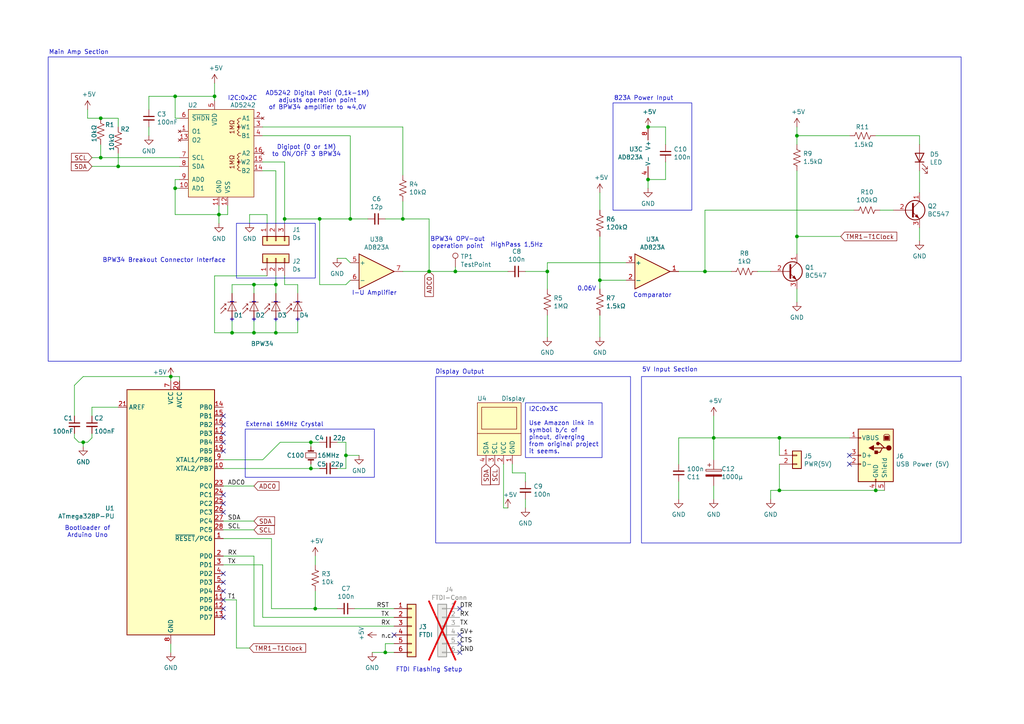
<source format=kicad_sch>
(kicad_sch (version 20230819) (generator eeschema)
  (paper "A4")
  (title_block (title "Light Flicker Detector Arduino") (date "2023-10-15") (comment 1 "Initially by Wolfgang Franke (https://github.com/WolfgangFranke/LightFlickerMeasure/)") (comment 2 "Updated by Kim C."))
  (lib_symbols
    (symbol "Amplifier_Operational:TLC272" (pin_names (offset 0.127))
      (property "Reference" "U" (at 0 5.08 0))
      (property "Value" "TLC272" (at 0 -5.08 0))
      (symbol "TLC272_1_1"
        (polyline (pts (xy -5.08 5.08) (xy 5.08 0) (xy -5.08 -5.08) (xy -5.08 5.08)) (stroke (width 0.254)) (fill (type background)))
        (pin output line (at 7.62 0 180) (length 2.54) (name "~") (number "1"))
        (pin input line (at -7.62 -2.54 0) (length 2.54) (name "-") (number "2"))
        (pin input line (at -7.62 2.54 0) (length 2.54) (name "+") (number "3"))
      )
      (symbol "TLC272_2_1"
        (polyline (pts (xy -5.08 5.08) (xy 5.08 0) (xy -5.08 -5.08) (xy -5.08 5.08)) (stroke (width 0.254)) (fill (type background)))
        (pin input line (at -7.62 2.54 0) (length 2.54) (name "+") (number "5"))
        (pin input line (at -7.62 -2.54 0) (length 2.54) (name "-") (number "6"))
        (pin output line (at 7.62 0 180) (length 2.54) (name "~") (number "7"))
      )
      (symbol "TLC272_3_1"
        (pin power_in line (at -2.54 -7.62 90) (length 3.81) (name "V-") (number "4"))
        (pin power_in line (at -2.54 7.62 270) (length 3.81) (name "V+") (number "8"))
      )
    )
    (symbol "Connector:TestPoint" (pin_numbers hide) (pin_names (offset 0.762) hide)
      (property "Reference" "TP" (at 0 6.858 0))
      (property "Value" "TestPoint" (at 0 5.08 0))
      (symbol "TestPoint_0_1"
        (circle (center 0 3.302) (radius 0.762))
      )
      (symbol "TestPoint_1_1"
        (pin passive line (at 0 0 90) (length 2.54) (name "1") (number "1"))
      )
    )
    (symbol "Connector:USB_B" (pin_names (offset 1.016))
      (property "Reference" "J" (at -5.08 11.43 0))
      (property "Value" "USB_B" (at -5.08 8.89 0))
      (symbol "USB_B_0_1"
        (rectangle (start -5.08 -7.62) (end 5.08 7.62) (stroke (width 0.254)) (fill (type background)))
        (circle (center -3.81 2.159) (radius 0.635) (stroke (width 0.254)) (fill (type outline)))
        (rectangle (start -3.81 5.588) (end -2.54 4.572) (fill (type outline)))
        (circle (center -0.635 3.429) (radius 0.381) (stroke (width 0.254)) (fill (type outline)))
        (rectangle (start -0.127 -7.62) (end 0.127 -6.858))
        (polyline (pts (xy -1.905 2.159) (xy 0.635 2.159)) (stroke (width 0.254)))
        (polyline (pts (xy -3.175 2.159) (xy -2.54 2.159) (xy -1.27 3.429) (xy -0.635 3.429)) (stroke (width 0.254)))
        (polyline (pts (xy -2.54 2.159) (xy -1.905 2.159) (xy -1.27 0.889) (xy 0 0.889)) (stroke (width 0.254)))
        (polyline (pts (xy 0.635 2.794) (xy 0.635 1.524) (xy 1.905 2.159) (xy 0.635 2.794)) (stroke (width 0.254)) (fill (type outline)))
        (polyline (pts (xy -4.064 4.318) (xy -2.286 4.318) (xy -2.286 5.715) (xy -2.667 6.096) (xy -3.683 6.096) (xy -4.064 5.715) (xy -4.064 4.318)))
        (rectangle (start 0.254 1.27) (end -0.508 0.508) (stroke (width 0.254)) (fill (type outline)))
        (rectangle (start 5.08 -2.667) (end 4.318 -2.413))
        (rectangle (start 5.08 -0.127) (end 4.318 0.127))
        (rectangle (start 5.08 4.953) (end 4.318 5.207))
      )
      (symbol "USB_B_1_1"
        (pin power_out line (at 7.62 5.08 180) (length 2.54) (name "VBUS") (number "1"))
        (pin bidirectional line (at 7.62 -2.54 180) (length 2.54) (name "D-") (number "2"))
        (pin bidirectional line (at 7.62 0 180) (length 2.54) (name "D+") (number "3"))
        (pin power_out line (at 0 -10.16 90) (length 2.54) (name "GND") (number "4"))
        (pin passive line (at -2.54 -10.16 90) (length 2.54) (name "Shield") (number "5"))
      )
    )
    (symbol "Connector_Generic:Conn_01x02" (pin_names (offset 1.016) hide)
      (property "Reference" "J" (at 0 2.54 0))
      (property "Value" "Conn_01x02" (at 0 -5.08 0))
      (symbol "Conn_01x02_1_1"
        (rectangle (start -1.27 -2.413) (end 0 -2.667) (stroke (width 0.1524)))
        (rectangle (start -1.27 0.127) (end 0 -0.127) (stroke (width 0.1524)))
        (rectangle (start -1.27 1.27) (end 1.27 -3.81) (stroke (width 0.254)) (fill (type background)))
        (pin passive line (at -5.08 0 0) (length 3.81) (name "Pin_1") (number "1"))
        (pin passive line (at -5.08 -2.54 0) (length 3.81) (name "Pin_2") (number "2"))
      )
    )
    (symbol "Connector_Generic:Conn_01x03" (pin_names (offset 1.016) hide)
      (property "Reference" "J" (at 0 5.08 0))
      (property "Value" "Conn_01x03" (at 0 -5.08 0))
      (symbol "Conn_01x03_1_1"
        (rectangle (start -1.27 -2.413) (end 0 -2.667) (stroke (width 0.1524)))
        (rectangle (start -1.27 0.127) (end 0 -0.127) (stroke (width 0.1524)))
        (rectangle (start -1.27 2.667) (end 0 2.413) (stroke (width 0.1524)))
        (rectangle (start -1.27 3.81) (end 1.27 -3.81) (stroke (width 0.254)) (fill (type background)))
        (pin passive line (at -5.08 2.54 0) (length 3.81) (name "Pin_1") (number "1"))
        (pin passive line (at -5.08 0 0) (length 3.81) (name "Pin_2") (number "2"))
        (pin passive line (at -5.08 -2.54 0) (length 3.81) (name "Pin_3") (number "3"))
      )
    )
    (symbol "Connector_Generic:Conn_01x06" (pin_names (offset 1.016) hide)
      (property "Reference" "J" (at 0 7.62 0))
      (property "Value" "Conn_01x06" (at 0 -10.16 0))
      (symbol "Conn_01x06_1_1"
        (rectangle (start -1.27 -7.493) (end 0 -7.747) (stroke (width 0.1524)))
        (rectangle (start -1.27 -4.953) (end 0 -5.207) (stroke (width 0.1524)))
        (rectangle (start -1.27 -2.413) (end 0 -2.667) (stroke (width 0.1524)))
        (rectangle (start -1.27 0.127) (end 0 -0.127) (stroke (width 0.1524)))
        (rectangle (start -1.27 2.667) (end 0 2.413) (stroke (width 0.1524)))
        (rectangle (start -1.27 5.207) (end 0 4.953) (stroke (width 0.1524)))
        (rectangle (start -1.27 6.35) (end 1.27 -8.89) (stroke (width 0.254)) (fill (type background)))
        (pin passive line (at -5.08 5.08 0) (length 3.81) (name "Pin_1") (number "1"))
        (pin passive line (at -5.08 2.54 0) (length 3.81) (name "Pin_2") (number "2"))
        (pin passive line (at -5.08 0 0) (length 3.81) (name "Pin_3") (number "3"))
        (pin passive line (at -5.08 -2.54 0) (length 3.81) (name "Pin_4") (number "4"))
        (pin passive line (at -5.08 -5.08 0) (length 3.81) (name "Pin_5") (number "5"))
        (pin passive line (at -5.08 -7.62 0) (length 3.81) (name "Pin_6") (number "6"))
      )
    )
    (symbol "Device:C_Polarized" (pin_numbers hide) (pin_names (offset 0.254))
      (property "Reference" "C" (at 0.635 2.54 0))
      (property "Value" "C_Polarized" (at 0.635 -2.54 0))
      (symbol "C_Polarized_0_1"
        (rectangle (start -2.286 0.508) (end 2.286 1.016))
        (polyline (pts (xy -1.778 2.286) (xy -0.762 2.286)))
        (polyline (pts (xy -1.27 2.794) (xy -1.27 1.778)))
        (rectangle (start 2.286 -0.508) (end -2.286 -1.016) (fill (type outline)))
      )
      (symbol "C_Polarized_1_1"
        (pin passive line (at 0 3.81 270) (length 2.794) (name "~") (number "1"))
        (pin passive line (at 0 -3.81 90) (length 2.794) (name "~") (number "2"))
      )
    )
    (symbol "Device:C_Small" (pin_numbers hide) (pin_names (offset 0.254) hide)
      (property "Reference" "C" (at 0.254 1.778 0))
      (property "Value" "C_Small" (at 0.254 -2.032 0))
      (symbol "C_Small_0_1"
        (polyline (pts (xy -1.524 -0.508) (xy 1.524 -0.508)) (stroke (width 0.3302)))
        (polyline (pts (xy -1.524 0.508) (xy 1.524 0.508)) (stroke (width 0.3048)))
      )
      (symbol "C_Small_1_1"
        (pin passive line (at 0 2.54 270) (length 2.032) (name "~") (number "1"))
        (pin passive line (at 0 -2.54 90) (length 2.032) (name "~") (number "2"))
      )
    )
    (symbol "Device:Crystal_Small" (pin_numbers hide) (pin_names (offset 1.016) hide)
      (property "Reference" "Y" (at 0 2.54 0))
      (property "Value" "Crystal_Small" (at 0 -2.54 0))
      (symbol "Crystal_Small_0_1"
        (rectangle (start -0.762 -1.524) (end 0.762 1.524))
        (polyline (pts (xy -1.27 -0.762) (xy -1.27 0.762)) (stroke (width 0.381)))
        (polyline (pts (xy 1.27 -0.762) (xy 1.27 0.762)) (stroke (width 0.381)))
      )
      (symbol "Crystal_Small_1_1"
        (pin passive line (at -2.54 0 0) (length 1.27) (name "1") (number "1"))
        (pin passive line (at 2.54 0 180) (length 1.27) (name "2") (number "2"))
      )
    )
    (symbol "Device:LED" (pin_numbers hide) (pin_names (offset 1.016) hide)
      (property "Reference" "D" (at 0 2.54 0))
      (property "Value" "LED" (at 0 -2.54 0))
      (symbol "LED_0_1"
        (polyline (pts (xy -1.27 -1.27) (xy -1.27 1.27)) (stroke (width 0.254)))
        (polyline (pts (xy -1.27 0) (xy 1.27 0)))
        (polyline (pts (xy 1.27 -1.27) (xy 1.27 1.27) (xy -1.27 0) (xy 1.27 -1.27)) (stroke (width 0.254)))
        (polyline (pts (xy -3.048 -0.762) (xy -4.572 -2.286) (xy -3.81 -2.286) (xy -4.572 -2.286) (xy -4.572 -1.524)))
        (polyline (pts (xy -1.778 -0.762) (xy -3.302 -2.286) (xy -2.54 -2.286) (xy -3.302 -2.286) (xy -3.302 -1.524)))
      )
      (symbol "LED_1_1"
        (pin passive line (at -3.81 0 0) (length 2.54) (name "K") (number "1"))
        (pin passive line (at 3.81 0 180) (length 2.54) (name "A") (number "2"))
      )
    )
    (symbol "Device:R_US" (pin_numbers hide) (pin_names (offset 0))
      (property "Reference" "R" (at 2.54 0 90))
      (property "Value" "R_US" (at -2.54 0 90))
      (symbol "R_US_0_1"
        (polyline (pts (xy 0 -2.286) (xy 0 -2.54)))
        (polyline (pts (xy 0 2.286) (xy 0 2.54)))
        (polyline (pts (xy 0 -0.762) (xy 1.016 -1.143) (xy 0 -1.524) (xy -1.016 -1.905) (xy 0 -2.286)))
        (polyline (pts (xy 0 0.762) (xy 1.016 0.381) (xy 0 0) (xy -1.016 -0.381) (xy 0 -0.762)))
        (polyline (pts (xy 0 2.286) (xy 1.016 1.905) (xy 0 1.524) (xy -1.016 1.143) (xy 0 0.762)))
      )
      (symbol "R_US_1_1"
        (pin passive line (at 0 3.81 270) (length 1.27) (name "~") (number "1"))
        (pin passive line (at 0 -3.81 90) (length 1.27) (name "~") (number "2"))
      )
    )
    (symbol "MCU_Microchip_ATmega:ATmega328P-P"
      (property "Reference" "U" (at -12.7 36.83 0))
      (property "Value" "ATmega328P-P" (at 2.54 -36.83 0))
      (symbol "ATmega328P-P_0_1"
        (rectangle (start -12.7 -35.56) (end 12.7 35.56) (stroke (width 0.254)) (fill (type background)))
      )
      (symbol "ATmega328P-P_1_1"
        (pin bidirectional line (at 15.24 -7.62 180) (length 2.54) (name "~{RESET}/PC6") (number "1"))
        (pin bidirectional line (at 15.24 12.7 180) (length 2.54) (name "XTAL2/PB7") (number "10"))
        (pin bidirectional line (at 15.24 -25.4 180) (length 2.54) (name "PD5") (number "11"))
        (pin bidirectional line (at 15.24 -27.94 180) (length 2.54) (name "PD6") (number "12"))
        (pin bidirectional line (at 15.24 -30.48 180) (length 2.54) (name "PD7") (number "13"))
        (pin bidirectional line (at 15.24 30.48 180) (length 2.54) (name "PB0") (number "14"))
        (pin bidirectional line (at 15.24 27.94 180) (length 2.54) (name "PB1") (number "15"))
        (pin bidirectional line (at 15.24 25.4 180) (length 2.54) (name "PB2") (number "16"))
        (pin bidirectional line (at 15.24 22.86 180) (length 2.54) (name "PB3") (number "17"))
        (pin bidirectional line (at 15.24 20.32 180) (length 2.54) (name "PB4") (number "18"))
        (pin bidirectional line (at 15.24 17.78 180) (length 2.54) (name "PB5") (number "19"))
        (pin bidirectional line (at 15.24 -12.7 180) (length 2.54) (name "PD0") (number "2"))
        (pin power_in line (at 2.54 38.1 270) (length 2.54) (name "AVCC") (number "20"))
        (pin passive line (at -15.24 30.48 0) (length 2.54) (name "AREF") (number "21"))
        (pin passive line (at 0 -38.1 90) (length 2.54) hide (name "GND") (number "22"))
        (pin bidirectional line (at 15.24 7.62 180) (length 2.54) (name "PC0") (number "23"))
        (pin bidirectional line (at 15.24 5.08 180) (length 2.54) (name "PC1") (number "24"))
        (pin bidirectional line (at 15.24 2.54 180) (length 2.54) (name "PC2") (number "25"))
        (pin bidirectional line (at 15.24 0 180) (length 2.54) (name "PC3") (number "26"))
        (pin bidirectional line (at 15.24 -2.54 180) (length 2.54) (name "PC4") (number "27"))
        (pin bidirectional line (at 15.24 -5.08 180) (length 2.54) (name "PC5") (number "28"))
        (pin bidirectional line (at 15.24 -15.24 180) (length 2.54) (name "PD1") (number "3"))
        (pin bidirectional line (at 15.24 -17.78 180) (length 2.54) (name "PD2") (number "4"))
        (pin bidirectional line (at 15.24 -20.32 180) (length 2.54) (name "PD3") (number "5"))
        (pin bidirectional line (at 15.24 -22.86 180) (length 2.54) (name "PD4") (number "6"))
        (pin power_in line (at 0 38.1 270) (length 2.54) (name "VCC") (number "7"))
        (pin power_in line (at 0 -38.1 90) (length 2.54) (name "GND") (number "8"))
        (pin bidirectional line (at 15.24 15.24 180) (length 2.54) (name "XTAL1/PB6") (number "9"))
      )
    )
    (symbol "Sensor_Optical:BPW34" (pin_numbers hide) (pin_names (offset 1.016) hide)
      (property "Reference" "D" (at 0.508 1.778 0))
      (property "Value" "BPW34" (at -1.016 -2.794 0))
      (symbol "BPW34_0_1"
        (polyline (pts (xy -2.54 1.27) (xy -2.54 -1.27)) (stroke (width 0.1524)))
        (polyline (pts (xy -2.032 1.778) (xy -1.524 1.778)))
        (polyline (pts (xy 0 -1.27) (xy 0 1.27)))
        (polyline (pts (xy 0 0) (xy -2.54 0)))
        (polyline (pts (xy -0.508 3.302) (xy -2.032 1.778) (xy -2.032 2.286)))
        (polyline (pts (xy 0 1.27) (xy -2.54 0) (xy 0 -1.27)))
        (polyline (pts (xy 0.762 3.302) (xy -0.762 1.778) (xy -0.762 2.286) (xy -0.762 1.778) (xy -0.254 1.778)))
      )
      (symbol "BPW34_1_1"
        (pin passive line (at -5.08 0 0) (length 2.54) (name "K") (number "1"))
        (pin passive line (at 2.54 0 180) (length 2.54) (name "A") (number "2"))
      )
    )
    (symbol "Transistor_BJT:BC547" (pin_names (offset 0) hide)
      (property "Reference" "Q" (at 5.08 1.905 0))
      (property "Value" "BC547" (at 5.08 0 0))
      (symbol "BC547_0_1"
        (polyline (pts (xy 0 0) (xy 0.635 0)))
        (polyline (pts (xy 0.635 0.635) (xy 2.54 2.54)))
        (polyline (pts (xy 0.635 -0.635) (xy 2.54 -2.54) (xy 2.54 -2.54)))
        (polyline (pts (xy 0.635 1.905) (xy 0.635 -1.905) (xy 0.635 -1.905)) (stroke (width 0.508)))
        (polyline (pts (xy 1.27 -1.778) (xy 1.778 -1.27) (xy 2.286 -2.286) (xy 1.27 -1.778) (xy 1.27 -1.778)) (fill (type outline)))
        (circle (center 1.27 0) (radius 2.8194) (stroke (width 0.254)))
      )
      (symbol "BC547_1_1"
        (pin passive line (at 2.54 5.08 270) (length 2.54) (name "C") (number "1"))
        (pin input line (at -5.08 0 0) (length 5.08) (name "B") (number "2"))
        (pin passive line (at 2.54 -5.08 90) (length 2.54) (name "E") (number "3"))
      )
    )
    (symbol "light_flicker_lib:AD5242" (pin_names (offset 1))
      (property "Reference" "U" (at -10.16 15.24 0))
      (property "Value" "AD5242" (at 3.81 15.24 0))
      (symbol "AD5242_1_1"
        (rectangle (start -10.16 13.97) (end 8.89 -11.43) (fill (type background)))
        (polyline (pts (xy 4.064 -3.302) (xy 4.572 -2.794)))
        (polyline (pts (xy 4.064 -2.286) (xy 4.572 -2.794)))
        (polyline (pts (xy 4.064 -1.27) (xy 4.572 -1.778)))
        (polyline (pts (xy 4.064 -1.27) (xy 4.572 -0.762)))
        (polyline (pts (xy 4.064 -0.254) (xy 4.572 0.254)))
        (polyline (pts (xy 4.064 0.762) (xy 4.572 0.254)))
        (polyline (pts (xy 4.064 6.858) (xy 4.572 7.366)))
        (polyline (pts (xy 4.064 7.874) (xy 4.572 7.366)))
        (polyline (pts (xy 4.064 8.89) (xy 4.572 8.382)))
        (polyline (pts (xy 4.064 8.89) (xy 4.572 9.398)))
        (polyline (pts (xy 4.064 9.906) (xy 4.572 10.414)))
        (polyline (pts (xy 4.064 10.922) (xy 4.572 10.414)))
        (polyline (pts (xy 4.572 -3.81) (xy 4.064 -3.302)))
        (polyline (pts (xy 4.572 -1.778) (xy 4.064 -2.286)))
        (polyline (pts (xy 4.572 -0.762) (xy 4.064 -0.254)))
        (polyline (pts (xy 4.572 1.27) (xy 4.064 0.762)))
        (polyline (pts (xy 4.572 6.35) (xy 4.064 6.858)))
        (polyline (pts (xy 4.572 8.382) (xy 4.064 7.874)))
        (polyline (pts (xy 4.572 9.398) (xy 4.064 9.906)))
        (polyline (pts (xy 4.572 11.43) (xy 4.064 10.922)))
        (polyline (pts (xy 5.08 -3.81) (xy 4.572 -3.81)))
        (polyline (pts (xy 5.08 -1.27) (xy 4.318 -1.27)))
        (polyline (pts (xy 5.08 1.27) (xy 4.572 1.27)))
        (polyline (pts (xy 5.08 6.35) (xy 4.572 6.35)))
        (polyline (pts (xy 5.08 8.89) (xy 4.318 8.89)))
        (polyline (pts (xy 5.08 11.43) (xy 4.572 11.43)))
        (polyline (pts (xy 4.318 -1.27) (xy 4.572 -1.016) (xy 4.572 -1.524) (xy 4.318 -1.27) (xy 4.572 -1.016)))
        (polyline (pts (xy 4.318 8.89) (xy 4.572 9.144) (xy 4.572 8.636) (xy 4.318 8.89) (xy 4.572 9.144)))
        (text "1MΩ" (at 2.54 -1.27 900) (effects (font (size 1.27 1.27))))
        (text "1MΩ" (at 2.54 8.89 900) (effects (font (size 1.27 1.27))))
        (pin no_connect line (at -12.7 7.62 0) (length 2.54) (name "O1") (number "1"))
        (pin input line (at -12.7 -8.89 0) (length 2.54) (name "AD1") (number "10"))
        (pin input line (at -1.27 -13.97 90) (length 2.54) (name "GND") (number "11"))
        (pin input line (at 1.27 -13.97 90) (length 2.54) (name "VSS") (number "12"))
        (pin no_connect line (at -12.7 5.08 0) (length 2.54) (name "O2") (number "13"))
        (pin input line (at 11.43 -3.81 180) (length 2.54) (name "B2") (number "14"))
        (pin input line (at 11.43 -1.27 180) (length 2.54) (name "W2") (number "15"))
        (pin no_connect line (at 11.43 1.27 180) (length 2.54) (name "A2") (number "16"))
        (pin no_connect line (at 11.43 11.43 180) (length 2.54) (name "A1") (number "2"))
        (pin input line (at 11.43 8.89 180) (length 2.54) (name "W1") (number "3"))
        (pin input line (at 11.43 6.35 180) (length 2.54) (name "B1") (number "4"))
        (pin input line (at -2.54 16.51 270) (length 2.54) (name "VDD") (number "5"))
        (pin input line (at -12.7 11.43 0) (length 2.54) (name "~{SHDN}") (number "6"))
        (pin input line (at -12.7 0 0) (length 2.54) (name "SCL") (number "7"))
        (pin input line (at -12.7 -2.54 0) (length 2.54) (name "SDA") (number "8"))
        (pin input line (at -12.7 -6.35 0) (length 2.54) (name "AD0") (number "9"))
      )
    )
    (symbol "light_flicker_lib:SSD1306" (pin_names (offset 0.3))
      (property "Reference" "U" (at -6.35 12.7 0))
      (property "Value" "SSD1306" (at 3.81 12.7 0))
      (symbol "SSD1306_0_1"
        (rectangle (start -5.08 10.16) (end 5.08 3.81))
        (polyline (pts (xy -6.35 3.81) (xy -6.35 3.81)))
        (polyline (pts (xy 6.35 2.54) (xy -6.35 2.54)))
      )
      (symbol "SSD1306_1_1"
        (rectangle (start -6.35 11.43) (end 6.35 -3.81) (fill (type background)))
        (pin input line (at 3.81 -6.35 90) (length 2.54) (name "GND") (number "1"))
        (pin input line (at 1.27 -6.35 90) (length 2.54) (name "VCC") (number "2"))
        (pin input line (at -1.27 -6.35 90) (length 2.54) (name "SCL") (number "3"))
        (pin input line (at -3.81 -6.35 90) (length 2.54) (name "SDA") (number "4"))
      )
    )
    (symbol "power:+5V" (power) (pin_names (offset 0))
      (property "Value" "+5V" (at 0 3.556 0))
      (symbol "+5V_0_1"
        (polyline (pts (xy -0.762 1.27) (xy 0 2.54)))
        (polyline (pts (xy 0 0) (xy 0 2.54)))
        (polyline (pts (xy 0 2.54) (xy 0.762 1.27)))
      )
      (symbol "+5V_1_1"
        (pin power_in line (at 0 0 90) (length 0) hide (name "+5V") (number "1"))
      )
    )
    (symbol "power:GND" (power) (pin_names (offset 0))
      (property "Value" "GND" (at 0 -3.81 0))
      (symbol "GND_0_1"
        (polyline (pts (xy 0 0) (xy 0 -1.27) (xy 1.27 -1.27) (xy 0 -2.54) (xy -1.27 -1.27) (xy 0 -1.27)))
      )
      (symbol "GND_1_1"
        (pin power_in line (at 0 0 270) (length 0) hide (name "GND") (number "1"))
      )
    )
  )
  (junction (at 29.21 45.72))
  (junction (at 91.44 176.53))
  (junction (at 173.99 81.28))
  (junction (at 92.71 63.5))
  (junction (at 101.6 63.5))
  (junction (at 29.21 34.29))
  (junction (at 73.66 82.55))
  (junction (at 226.06 127))
  (junction (at 187.96 52.07))
  (junction (at 100.33 132.08))
  (junction (at 80.01 96.52))
  (junction (at 116.84 63.5))
  (junction (at 254 142.24))
  (junction (at 111.76 189.23))
  (junction (at 62.23 27.94))
  (junction (at 50.8 27.94))
  (junction (at 231.14 68.58))
  (junction (at 67.31 96.52))
  (junction (at 124.46 78.74))
  (junction (at 82.55 63.5))
  (junction (at 90.17 128.27))
  (junction (at 204.47 78.74))
  (junction (at 231.14 39.37))
  (junction (at 63.5 62.23))
  (junction (at 187.96 36.83))
  (junction (at 34.29 48.26))
  (junction (at 132.08 78.74))
  (junction (at 158.75 78.74))
  (junction (at 73.66 96.52))
  (junction (at 90.17 135.89))
  (junction (at 24.13 128.27))
  (junction (at 207.01 127))
  (junction (at 50.8 54.61))
  (junction (at 49.53 109.22))
  (junction (at 80.01 82.55))
  (junction (at 226.06 142.24))
  (no_connect (at 114.3 184.15))
  (no_connect (at 64.77 123.19))
  (no_connect (at 246.38 132.08))
  (no_connect (at 64.77 171.45))
  (no_connect (at 64.77 148.59))
  (no_connect (at 64.77 179.07))
  (no_connect (at 64.77 173.99))
  (no_connect (at 133.35 176.53))
  (no_connect (at 64.77 120.65))
  (no_connect (at 64.77 128.27))
  (no_connect (at 133.35 189.23))
  (no_connect (at 64.77 168.91))
  (no_connect (at 246.38 134.62))
  (no_connect (at 64.77 146.05))
  (no_connect (at 133.35 184.15))
  (no_connect (at 64.77 125.73))
  (no_connect (at 64.77 166.37))
  (no_connect (at 64.77 176.53))
  (no_connect (at 133.35 186.69))
  (no_connect (at 64.77 143.51))
  (no_connect (at 64.77 130.81))
  (wire (pts (xy 62.23 80.01) (xy 62.23 96.52)))
  (wire (pts (xy 24.13 128.27) (xy 25.4 128.27)))
  (wire (pts (xy 82.55 63.5) (xy 92.71 63.5)))
  (wire (pts (xy 100.33 74.93) (xy 101.6 76.2)))
  (wire (pts (xy 152.4 139.7) (xy 152.4 137.16)))
  (wire (pts (xy 64.77 135.89) (xy 90.17 135.89)))
  (wire (pts (xy 231.14 36.83) (xy 231.14 39.37)))
  (wire (pts (xy 100.33 135.89) (xy 97.79 135.89)))
  (wire (pts (xy 50.8 27.94) (xy 43.18 27.94)))
  (wire (pts (xy 97.79 128.27) (xy 100.33 128.27)))
  (wire (pts (xy 82.55 46.99) (xy 82.55 63.5)))
  (wire (pts (xy 73.66 96.52) (xy 73.66 92.71)))
  (wire (pts (xy 173.99 68.58) (xy 173.99 81.28)))
  (wire (pts (xy 181.61 76.2) (xy 158.75 76.2)))
  (wire (pts (xy 114.3 186.69) (xy 111.76 186.69)))
  (wire (pts (xy 29.21 45.72) (xy 52.07 45.72)))
  (wire (pts (xy 76.2 39.37) (xy 101.6 39.37)))
  (wire (pts (xy 100.33 132.08) (xy 104.14 132.08)))
  (wire (pts (xy 34.29 36.83) (xy 34.29 34.29)))
  (wire (pts (xy 100.33 128.27) (xy 100.33 132.08)))
  (wire (pts (xy 34.29 48.26) (xy 52.07 48.26)))
  (wire (pts (xy 231.14 87.63) (xy 231.14 83.82)))
  (wire (pts (xy 204.47 60.96) (xy 204.47 78.74)))
  (wire (pts (xy 62.23 27.94) (xy 62.23 29.21)))
  (wire (pts (xy 26.67 45.72) (xy 29.21 45.72)))
  (wire (pts (xy 25.4 31.75) (xy 25.4 34.29)))
  (wire (pts (xy 146.05 147.32) (xy 147.32 147.32)))
  (wire (pts (xy 52.07 52.07) (xy 50.8 52.07)))
  (wire (pts (xy 158.75 78.74) (xy 152.4 78.74)))
  (wire (pts (xy 266.7 55.88) (xy 266.7 49.53)))
  (wire (pts (xy 64.77 156.21) (xy 78.74 156.21)))
  (wire (pts (xy 52.07 34.29) (xy 50.8 34.29)))
  (wire (pts (xy 80.01 82.55) (xy 80.01 80.01)))
  (wire (pts (xy 82.55 82.55) (xy 86.36 82.55)))
  (wire (pts (xy 207.01 133.35) (xy 207.01 127)))
  (wire (pts (xy 111.76 186.69) (xy 111.76 189.23)))
  (wire (pts (xy 101.6 81.28) (xy 100.33 82.55)))
  (wire (pts (xy 67.31 82.55) (xy 73.66 82.55)))
  (wire (pts (xy 91.44 161.29) (xy 91.44 163.83)))
  (wire (pts (xy 72.39 64.77) (xy 72.39 62.23)))
  (wire (pts (xy 81.28 128.27) (xy 76.2 133.35)))
  (wire (pts (xy 196.85 144.78) (xy 196.85 139.7)))
  (wire (pts (xy 66.04 62.23) (xy 63.5 62.23)))
  (wire (pts (xy 91.44 176.53) (xy 91.44 171.45)))
  (wire (pts (xy 67.31 96.52) (xy 73.66 96.52)))
  (wire (pts (xy 76.2 163.83) (xy 76.2 179.07)))
  (wire (pts (xy 50.8 62.23) (xy 63.5 62.23)))
  (wire (pts (xy 254 39.37) (xy 266.7 39.37)))
  (wire (pts (xy 124.46 78.74) (xy 132.08 78.74)))
  (wire (pts (xy 148.59 137.16) (xy 152.4 137.16)))
  (wire (pts (xy 50.8 34.29) (xy 50.8 27.94)))
  (wire (pts (xy 43.18 39.37) (xy 43.18 36.83)))
  (wire (pts (xy 204.47 78.74) (xy 196.85 78.74)))
  (wire (pts (xy 80.01 82.55) (xy 80.01 85.09)))
  (wire (pts (xy 26.67 125.73) (xy 26.67 127)))
  (wire (pts (xy 49.53 186.69) (xy 49.53 189.23)))
  (wire (pts (xy 29.21 41.91) (xy 29.21 45.72)))
  (wire (pts (xy 22.86 128.27) (xy 24.13 128.27)))
  (wire (pts (xy 50.8 54.61) (xy 50.8 62.23)))
  (wire (pts (xy 73.66 82.55) (xy 73.66 85.09)))
  (wire (pts (xy 132.08 78.74) (xy 147.32 78.74)))
  (wire (pts (xy 82.55 80.01) (xy 82.55 82.55)))
  (wire (pts (xy 62.23 96.52) (xy 67.31 96.52)))
  (wire (pts (xy 21.59 111.76) (xy 24.13 109.22)))
  (wire (pts (xy 52.07 109.22) (xy 49.53 109.22)))
  (wire (pts (xy 116.84 63.5) (xy 124.46 63.5)))
  (wire (pts (xy 64.77 161.29) (xy 73.66 161.29)))
  (wire (pts (xy 231.14 73.66) (xy 231.14 68.58)))
  (wire (pts (xy 62.23 24.13) (xy 62.23 27.94)))
  (wire (pts (xy 247.65 60.96) (xy 204.47 60.96)))
  (wire (pts (xy 193.04 41.91) (xy 193.04 36.83)))
  (wire (pts (xy 148.59 134.62) (xy 148.59 137.16)))
  (wire (pts (xy 223.52 142.24) (xy 226.06 142.24)))
  (wire (pts (xy 76.2 49.53) (xy 80.01 49.53)))
  (wire (pts (xy 50.8 52.07) (xy 50.8 54.61)))
  (wire (pts (xy 193.04 36.83) (xy 187.96 36.83)))
  (wire (pts (xy 132.08 77.47) (xy 132.08 78.74)))
  (wire (pts (xy 78.74 176.53) (xy 91.44 176.53)))
  (wire (pts (xy 26.67 118.11) (xy 34.29 118.11)))
  (wire (pts (xy 90.17 134.62) (xy 90.17 135.89)))
  (wire (pts (xy 196.85 127) (xy 196.85 134.62)))
  (wire (pts (xy 207.01 144.78) (xy 207.01 140.97)))
  (wire (pts (xy 21.59 127) (xy 22.86 128.27)))
  (wire (pts (xy 25.4 128.27) (xy 26.67 127)))
  (wire (pts (xy 100.33 82.55) (xy 92.71 82.55)))
  (wire (pts (xy 255.27 60.96) (xy 259.08 60.96)))
  (wire (pts (xy 92.71 82.55) (xy 92.71 63.5)))
  (wire (pts (xy 204.47 78.74) (xy 212.09 78.74)))
  (wire (pts (xy 26.67 120.65) (xy 26.67 118.11)))
  (wire (pts (xy 64.77 140.97) (xy 73.66 140.97)))
  (wire (pts (xy 80.01 96.52) (xy 80.01 92.71)))
  (wire (pts (xy 101.6 63.5) (xy 106.68 63.5)))
  (wire (pts (xy 146.05 134.62) (xy 146.05 147.32)))
  (wire (pts (xy 43.18 27.94) (xy 43.18 31.75)))
  (wire (pts (xy 68.58 187.96) (xy 68.58 173.99)))
  (wire (pts (xy 81.28 128.27) (xy 90.17 128.27)))
  (wire (pts (xy 76.2 36.83) (xy 116.84 36.83)))
  (wire (pts (xy 158.75 97.79) (xy 158.75 91.44)))
  (wire (pts (xy 226.06 142.24) (xy 254 142.24)))
  (wire (pts (xy 21.59 127) (xy 21.59 125.73)))
  (wire (pts (xy 26.67 48.26) (xy 34.29 48.26)))
  (wire (pts (xy 77.47 80.01) (xy 62.23 80.01)))
  (wire (pts (xy 173.99 81.28) (xy 173.99 83.82)))
  (wire (pts (xy 24.13 129.54) (xy 24.13 128.27)))
  (wire (pts (xy 231.14 68.58) (xy 231.14 49.53)))
  (wire (pts (xy 78.74 156.21) (xy 78.74 176.53)))
  (wire (pts (xy 243.84 68.58) (xy 231.14 68.58)))
  (wire (pts (xy 77.47 62.23) (xy 77.47 64.77)))
  (wire (pts (xy 76.2 46.99) (xy 82.55 46.99)))
  (wire (pts (xy 73.66 82.55) (xy 80.01 82.55)))
  (wire (pts (xy 226.06 132.08) (xy 226.06 127)))
  (wire (pts (xy 90.17 135.89) (xy 92.71 135.89)))
  (wire (pts (xy 231.14 39.37) (xy 246.38 39.37)))
  (wire (pts (xy 72.39 187.96) (xy 68.58 187.96)))
  (wire (pts (xy 187.96 54.61) (xy 187.96 52.07)))
  (wire (pts (xy 82.55 64.77) (xy 82.55 63.5)))
  (wire (pts (xy 196.85 127) (xy 207.01 127)))
  (wire (pts (xy 50.8 27.94) (xy 62.23 27.94)))
  (wire (pts (xy 52.07 54.61) (xy 50.8 54.61)))
  (wire (pts (xy 97.79 74.93) (xy 100.33 74.93)))
  (wire (pts (xy 152.4 144.78) (xy 152.4 147.32)))
  (wire (pts (xy 34.29 44.45) (xy 34.29 48.26)))
  (wire (pts (xy 173.99 55.88) (xy 173.99 60.96)))
  (wire (pts (xy 63.5 62.23) (xy 63.5 64.77)))
  (wire (pts (xy 64.77 173.99) (xy 68.58 173.99)))
  (wire (pts (xy 90.17 128.27) (xy 90.17 129.54)))
  (wire (pts (xy 67.31 85.09) (xy 67.31 82.55)))
  (wire (pts (xy 76.2 179.07) (xy 114.3 179.07)))
  (wire (pts (xy 86.36 82.55) (xy 86.36 85.09)))
  (wire (pts (xy 29.21 34.29) (xy 34.29 34.29)))
  (wire (pts (xy 207.01 127) (xy 226.06 127)))
  (wire (pts (xy 116.84 36.83) (xy 116.84 50.8)))
  (wire (pts (xy 158.75 76.2) (xy 158.75 78.74)))
  (wire (pts (xy 80.01 96.52) (xy 86.36 96.52)))
  (wire (pts (xy 52.07 110.49) (xy 52.07 109.22)))
  (wire (pts (xy 49.53 110.49) (xy 49.53 109.22)))
  (wire (pts (xy 193.04 52.07) (xy 193.04 46.99)))
  (wire (pts (xy 73.66 96.52) (xy 80.01 96.52)))
  (wire (pts (xy 256.54 142.24) (xy 254 142.24)))
  (wire (pts (xy 63.5 59.69) (xy 63.5 62.23)))
  (wire (pts (xy 173.99 97.79) (xy 173.99 91.44)))
  (wire (pts (xy 116.84 58.42) (xy 116.84 63.5)))
  (wire (pts (xy 158.75 83.82) (xy 158.75 78.74)))
  (wire (pts (xy 207.01 120.65) (xy 207.01 127)))
  (wire (pts (xy 124.46 78.74) (xy 116.84 78.74)))
  (wire (pts (xy 25.4 34.29) (xy 29.21 34.29)))
  (wire (pts (xy 73.66 161.29) (xy 73.66 181.61)))
  (wire (pts (xy 226.06 134.62) (xy 226.06 142.24)))
  (wire (pts (xy 64.77 133.35) (xy 76.2 133.35)))
  (wire (pts (xy 90.17 128.27) (xy 92.71 128.27)))
  (wire (pts (xy 231.14 39.37) (xy 231.14 41.91)))
  (wire (pts (xy 86.36 96.52) (xy 86.36 92.71)))
  (wire (pts (xy 24.13 109.22) (xy 49.53 109.22)))
  (wire (pts (xy 92.71 63.5) (xy 101.6 63.5)))
  (wire (pts (xy 91.44 176.53) (xy 97.79 176.53)))
  (wire (pts (xy 107.95 189.23) (xy 111.76 189.23)))
  (wire (pts (xy 187.96 52.07) (xy 193.04 52.07)))
  (wire (pts (xy 226.06 127) (xy 246.38 127)))
  (wire (pts (xy 266.7 69.85) (xy 266.7 66.04)))
  (wire (pts (xy 102.87 176.53) (xy 114.3 176.53)))
  (wire (pts (xy 124.46 63.5) (xy 124.46 78.74)))
  (wire (pts (xy 111.76 63.5) (xy 116.84 63.5)))
  (wire (pts (xy 173.99 81.28) (xy 181.61 81.28)))
  (wire (pts (xy 266.7 39.37) (xy 266.7 41.91)))
  (wire (pts (xy 80.01 49.53) (xy 80.01 64.77)))
  (wire (pts (xy 64.77 151.13) (xy 73.66 151.13)))
  (wire (pts (xy 73.66 181.61) (xy 114.3 181.61)))
  (wire (pts (xy 67.31 96.52) (xy 67.31 92.71)))
  (wire (pts (xy 64.77 153.67) (xy 73.66 153.67)))
  (wire (pts (xy 21.59 111.76) (xy 21.59 120.65)))
  (wire (pts (xy 72.39 62.23) (xy 77.47 62.23)))
  (wire (pts (xy 100.33 132.08) (xy 100.33 135.89)))
  (wire (pts (xy 101.6 39.37) (xy 101.6 63.5)))
  (wire (pts (xy 223.52 144.78) (xy 223.52 142.24)))
  (wire (pts (xy 111.76 189.23) (xy 114.3 189.23)))
  (wire (pts (xy 66.04 59.69) (xy 66.04 62.23)))
  (wire (pts (xy 219.71 78.74) (xy 223.52 78.74)))
  (wire (pts (xy 64.77 163.83) (xy 76.2 163.83)))
  (rectangle (start 71.12 124.46) (end 108.585 138.43))
  (rectangle (start 68.58 64.77) (end 91.44 80.645))
  (rectangle (start 186.055 109.22) (end 278.765 157.48))
  (rectangle (start 13.97 16.51) (end 278.765 104.775))
  (rectangle (start 177.8 29.845) (end 200.66 60.96))
  (rectangle (start 126.365 109.22) (end 182.88 157.48))
  (text_box "I2C:0x3C\n\nUse Amazon link in symbol b/c of pinout, diverging from original project it seems." (at 152.4 116.84 0) (size 22.225 15.875) (effects (font (size 1.27 1.27)) (justify left top)))
  (text "823A Power Input" (at 186.69 28.575 0) (effects (font (size 1.27 1.27))))
  (text "-" (at 86.36 87.63 0) (effects (font (size 1.27 1.27) (thickness 0.254) bold)))
  (text "-" (at 73.66 87.63 0) (effects (font (size 1.27 1.27) (thickness 0.254) bold)))
  (text "BPW34 Breakout Connector Interface" (at 47.625 75.565 0) (effects (font (size 1.27 1.27))))
  (text "+" (at 86.36 92.71 0) (effects (font (size 1.27 1.27) (thickness 0.254) bold)))
  (text "-" (at 80.01 87.63 0) (effects (font (size 1.27 1.27) (thickness 0.254) bold)))
  (text "External 16MHz Crystal\n" (at 82.55 123.19 0) (effects (font (size 1.27 1.27))))
  (text "+" (at 80.01 92.71 0) (effects (font (size 1.27 1.27) (thickness 0.254) bold)))
  (text "Comparator" (at 189.23 85.725 0) (effects (font (size 1.27 1.27))))
  (text "+" (at 67.31 92.71 0) (effects (font (size 1.27 1.27) (thickness 0.254) bold)))
  (text "Display Output" (at 133.35 107.95 0) (effects (font (size 1.27 1.27))))
  (text "Main Amp Section\n" (at 22.86 15.24 0) (effects (font (size 1.27 1.27))))
  (text "FTDI Flashing Setup" (at 124.46 194.31 0) (effects (font (size 1.27 1.27))))
  (text "5V Input Section" (at 194.31 107.315 0) (effects (font (size 1.27 1.27))))
  (text "+" (at 73.66 92.71 0) (effects (font (size 1.27 1.27) (thickness 0.254) bold)))
  (text "Bootloader of\nArduino Uno" (at 25.4 154.305 0) (effects (font (size 1.27 1.27))))
  (text "Digipot (0 or 1M)\nto ON/OFF 3 BPW34\n" (at 88.9 43.815 0) (effects (font (size 1.27 1.27))))
  (text "0.06V" (at 170.18 83.82 0) (effects (font (size 1.27 1.27))))
  (text " I2C:0x2C" (at 69.85 28.575 0) (effects (font (size 1.27 1.27))))
  (text "AD5242 Digital Poti (0,1k-1M)\nadjusts operation point\nof BPW34 amplifier to ≈4,0V" (at 92.075 29.21 0) (effects (font (size 1.27 1.27))))
  (text "HighPass 1,5Hz" (at 149.86 71.12 0) (effects (font (size 1.27 1.27))))
  (text "BPW34 OPV-out\noperation point" (at 132.715 70.485 0) (effects (font (size 1.27 1.27))))
  (text "I-U Amplifier" (at 108.585 85.09 0) (effects (font (size 1.27 1.27))))
  (text "-" (at 67.31 87.63 0) (effects (font (size 1.27 1.27) (thickness 0.254) bold)))
  (label "SDA" (at 66.04 151.13 0))
  (label "RX" (at 110.49 181.61 0))
  (label "T1" (at 66.04 173.99 0))
  (label "TX" (at 66.04 163.83 0))
  (label "TX" (at 133.35 181.61 0))
  (label "SCL" (at 66.04 153.67 0))
  (label "RX" (at 133.35 179.07 0))
  (label "TX" (at 110.49 179.07 0))
  (label "RX" (at 66.04 161.29 0))
  (label "RST" (at 109.22 176.53 0))
  (label "GND" (at 133.35 189.23 0))
  (label "n.c." (at 110.49 185.42 0))
  (label "CTS" (at 133.35 186.69 0))
  (label "DTR" (at 133.35 176.53 0))
  (label "ADC0" (at 66.04 140.97 0))
  (label "5V+" (at 133.35 184.15 0))
  (global_label "SDA" (shape input) (at 140.97 134.62 270) (property "Intersheetrefs" "${INTERSHEET_REFS}" (effects hide)))
  (global_label "ADC0" (shape input) (at 124.46 78.74 270) (property "Intersheetrefs" "${INTERSHEET_REFS}" (effects hide)))
  (global_label "SDA" (shape input) (at 73.66 151.13 0) (property "Intersheetrefs" "${INTERSHEET_REFS}" (effects hide)))
  (global_label "TMR1-T1Clock" (shape input) (at 72.39 187.96 0) (property "Intersheetrefs" "${INTERSHEET_REFS}" (effects hide)))
  (global_label "TMR1-T1Clock" (shape input) (at 243.84 68.58 0) (property "Intersheetrefs" "${INTERSHEET_REFS}" (effects hide)))
  (global_label "SCL" (shape input) (at 73.66 153.67 0) (property "Intersheetrefs" "${INTERSHEET_REFS}" (effects hide)))
  (global_label "SDA" (shape input) (at 26.67 48.26 180) (property "Intersheetrefs" "${INTERSHEET_REFS}" (effects hide)))
  (global_label "SCL" (shape input) (at 143.51 134.62 270) (property "Intersheetrefs" "${INTERSHEET_REFS}" (effects hide)))
  (global_label "ADC0" (shape input) (at 73.66 140.97 0) (property "Intersheetrefs" "${INTERSHEET_REFS}" (effects hide)))
  (global_label "SCL" (shape input) (at 26.67 45.72 180) (property "Intersheetrefs" "${INTERSHEET_REFS}" (effects hide)))
  (symbol (lib_id "Device:R_US") (at 173.99 64.77 0) (unit 1)
    (property "Reference" "R6" (at 175.768 63.6016 0) (effects (justify left)))
    (property "Value" "120kΩ" (at 175.768 65.913 0) (effects (justify left)))
    (property "Footprint" "Resistor_THT:R_Axial_DIN0207_L6.3mm_D2.5mm_P10.16mm_Horizontal" (effects hide))
    (property "Description" "Resistor, US symbol" (effects hide))
  )
  (symbol (lib_id "Amplifier_Operational:TLC272") (at 189.23 78.74 0) (unit 1)
    (property "Reference" "U3" (at 189.23 69.4182 0))
    (property "Value" "AD823A" (at 189.23 71.7296 0))
    (property "Footprint" "Package_SO:SOIC-8_3.9x4.9mm_P1.27mm" (effects hide))
    (property "Datasheet" "http://www.ti.com/lit/ds/symlink/tlc272.pdf" (effects hide))
  )
  (symbol (lib_id "Sensor_Optical:BPW34") (at 86.36 90.17 90) (mirror x) (unit 1)
    (property "Reference" "D4" (at 89.535 91.44 90) (effects (justify left)))
    (property "Value" "BPW34" (effects hide))
    (property "Footprint" "OptoDevice:Osram_DIL2_4.3x4.65mm_P5.08mm" (effects hide))
    (property "Datasheet" "http://www.vishay.com/docs/81521/bpw34.pdf" (effects hide))
  )
  (symbol (lib_id "Amplifier_Operational:TLC272") (at 109.22 78.74 0) (unit 2)
    (property "Reference" "U3" (at 109.22 69.4182 0))
    (property "Value" "AD823A" (at 109.22 71.7296 0))
    (property "Footprint" "Package_SO:SOIC-8_3.9x4.9mm_P1.27mm" (effects hide))
    (property "Datasheet" "http://www.ti.com/lit/ds/symlink/tlc272.pdf" (effects hide))
  )
  (symbol (lib_id "Amplifier_Operational:TLC272") (at 185.42 44.45 0) (mirror y) (unit 3)
    (property "Reference" "U3" (at 186.4868 43.2816 0) (effects (justify left)))
    (property "Value" "AD823A" (at 186.4868 45.593 0) (effects (justify left)))
    (property "Footprint" "Package_SO:SOIC-8_3.9x4.9mm_P1.27mm" (effects hide))
    (property "Datasheet" "http://www.ti.com/lit/ds/symlink/tlc272.pdf" (effects hide))
  )
  (symbol (lib_id "Device:R_US") (at 158.75 87.63 0) (unit 1)
    (property "Reference" "R5" (at 160.528 86.4616 0) (effects (justify left)))
    (property "Value" "1MΩ" (at 160.528 88.773 0) (effects (justify left)))
    (property "Footprint" "Resistor_THT:R_Axial_DIN0207_L6.3mm_D2.5mm_P10.16mm_Horizontal" (effects hide))
    (property "Description" "Resistor, US symbol" (effects hide))
  )
  (symbol (lib_id "Device:R_US") (at 173.99 87.63 0) (unit 1)
    (property "Reference" "R7" (at 175.768 86.4616 0) (effects (justify left)))
    (property "Value" "1.5kΩ" (at 175.768 88.773 0) (effects (justify left)))
    (property "Footprint" "Resistor_THT:R_Axial_DIN0207_L6.3mm_D2.5mm_P10.16mm_Horizontal" (effects hide))
    (property "Description" "Resistor, US symbol" (effects hide))
  )
  (symbol (lib_id "Device:R_US") (at 251.46 60.96 270) (unit 1)
    (property "Reference" "R10" (at 251.46 55.7022 90))
    (property "Value" "100kΩ" (at 251.46 58.0136 90))
    (property "Footprint" "Resistor_THT:R_Axial_DIN0207_L6.3mm_D2.5mm_P10.16mm_Horizontal" (effects hide))
    (property "Description" "Resistor, US symbol" (effects hide))
  )
  (symbol (lib_id "Device:R_US") (at 215.9 78.74 270) (unit 1)
    (property "Reference" "R8" (at 215.9 73.4822 90))
    (property "Value" "1kΩ" (at 215.9 75.7936 90))
    (property "Footprint" "Resistor_THT:R_Axial_DIN0207_L6.3mm_D2.5mm_P10.16mm_Horizontal" (effects hide))
    (property "Description" "Resistor, US symbol" (effects hide))
  )
  (symbol (lib_id "Device:R_US") (at 250.19 39.37 90) (unit 1)
    (property "Reference" "R11" (at 252.095 36.83 90) (effects (justify left)))
    (property "Value" "1.5kΩ" (at 253.365 41.91 90) (effects (justify left)))
    (property "Footprint" "Resistor_THT:R_Axial_DIN0207_L6.3mm_D2.5mm_P10.16mm_Horizontal" (effects hide))
    (property "Description" "Resistor, US symbol" (effects hide))
  )
  (symbol (lib_id "Device:R_US") (at 231.14 45.72 0) (unit 1)
    (property "Reference" "R9" (at 232.918 44.5516 0) (effects (justify left)))
    (property "Value" "1.5kΩ" (at 232.918 46.863 0) (effects (justify left)))
    (property "Footprint" "Resistor_THT:R_Axial_DIN0207_L6.3mm_D2.5mm_P10.16mm_Horizontal" (effects hide))
    (property "Description" "Resistor, US symbol" (effects hide))
  )
  (symbol (lib_id "Device:LED") (at 266.7 45.72 90) (unit 1)
    (property "Reference" "D5" (at 269.6718 44.7548 90) (effects (justify right)))
    (property "Value" "LED" (at 269.6718 47.0662 90) (effects (justify right)))
    (property "Footprint" "LED_THT:LED_D3.0mm" (effects hide))
  )
  (symbol (lib_id "Transistor_BJT:BC547") (at 264.16 60.96 0) (unit 1)
    (property "Reference" "Q2" (at 269.0114 59.7916 0) (effects (justify left)))
    (property "Value" "BC547" (at 269.0114 62.103 0) (effects (justify left)))
    (property "Footprint" "Package_TO_SOT_THT:TO-92_HandSolder" (effects hide))
    (property "Datasheet" "http://www.fairchildsemi.com/ds/BC/BC547.pdf" (effects hide))
  )
  (symbol (lib_id "Transistor_BJT:BC547") (at 228.6 78.74 0) (unit 1)
    (property "Reference" "Q1" (at 233.4514 77.5716 0) (effects (justify left)))
    (property "Value" "BC547" (at 233.4514 79.883 0) (effects (justify left)))
    (property "Footprint" "Package_TO_SOT_THT:TO-92_HandSolder" (effects hide))
    (property "Datasheet" "http://www.fairchildsemi.com/ds/BC/BC547.pdf" (effects hide))
  )
  (symbol (lib_id "Device:C_Small") (at 196.85 137.16 0) (mirror x) (unit 1)
    (property "Reference" "C11" (at 199.1868 138.3284 0) (effects (justify left)))
    (property "Value" "100n" (at 199.1868 136.017 0) (effects (justify left)))
    (property "Footprint" "Capacitor_THT:C_Rect_L4.0mm_W2.5mm_P2.50mm" (effects hide))
  )
  (symbol (lib_id "Device:C_Small") (at 149.86 78.74 270) (unit 1)
    (property "Reference" "C8" (at 149.86 72.9234 90))
    (property "Value" "100n" (at 149.86 75.2348 90))
    (property "Footprint" "Capacitor_THT:C_Rect_L7.0mm_W2.0mm_P5.00mm" (effects hide))
  )
  (symbol (lib_id "light_flicker_lib:SSD1306") (at 144.78 128.27 0) (unit 1)
    (property "Reference" "U4" (at 138.43 115.57 0) (effects (justify left)))
    (property "Value" "Display" (at 145.415 115.57 0) (effects (justify left)))
    (property "Footprint" "Connector_PinHeader_2.54mm:PinHeader_1x04_P2.54mm_Vertical" (effects hide))
    (property "Datasheet" "https://cdn-shop.adafruit.com/datasheets/SSD1306.pdf" (effects hide))
    (property "Description" "128 x 64 Dot Matrix OLED/PLED Segment/Common Driver with Controller " (effects hide))
    (property "Purchasing" "https://www.amazon.com/UCTRONICS-SSD1306-Self-Luminous-Display-Raspberry/dp/B072Q2X2LL/ref=sr_1_3?keywords=SSD1306&qid=1697382134&sr=8-3" (effects hide))
  )
  (symbol (lib_id "Device:R_US") (at 29.21 38.1 0) (unit 1)
    (property "Reference" "R1" (at 30.48 36.195 0) (effects (justify left)))
    (property "Value" "10kΩ" (at 27.305 41.275 90) (effects (justify left)))
    (property "Footprint" "Resistor_THT:R_Axial_DIN0207_L6.3mm_D2.5mm_P10.16mm_Horizontal" (effects hide))
    (property "Description" "Resistor, US symbol" (effects hide))
  )
  (symbol (lib_id "Device:R_US") (at 34.29 40.64 0) (unit 1)
    (property "Reference" "R2" (at 34.925 37.465 0) (effects (justify left)))
    (property "Value" "10kΩ" (at 32.385 43.815 90) (effects (justify left)))
    (property "Footprint" "Resistor_THT:R_Axial_DIN0207_L6.3mm_D2.5mm_P10.16mm_Horizontal" (effects hide))
    (property "Description" "Resistor, US symbol" (effects hide))
  )
  (symbol (lib_id "Device:R_US") (at 116.84 54.61 0) (unit 1)
    (property "Reference" "R4" (at 118.618 53.4416 0) (effects (justify left)))
    (property "Value" "10kΩ" (at 118.618 55.753 0) (effects (justify left)))
    (property "Footprint" "Resistor_THT:R_Axial_DIN0207_L6.3mm_D2.5mm_P10.16mm_Horizontal" (effects hide))
    (property "Description" "Resistor, US symbol" (effects hide))
  )
  (symbol (lib_id "Sensor_Optical:BPW34") (at 73.66 90.17 90) (mirror x) (unit 1)
    (property "Reference" "D2" (at 76.835 91.44 90) (effects (justify left)))
    (property "Value" "BPW34" (effects hide))
    (property "Footprint" "OptoDevice:Osram_DIL2_4.3x4.65mm_P5.08mm" (effects hide))
    (property "Datasheet" "http://www.vishay.com/docs/81521/bpw34.pdf" (effects hide))
  )
  (symbol (lib_id "Connector:TestPoint") (at 132.08 77.47 0) (unit 1)
    (property "Reference" "TP1" (at 133.5532 74.422 0) (effects (justify left)))
    (property "Value" "TestPoint" (at 133.5532 76.7334 0) (effects (justify left)))
    (property "Footprint" "Connector_PinHeader_2.54mm:PinHeader_1x01_P2.54mm_Vertical" (effects hide))
  )
  (symbol (lib_id "light_flicker_lib:AD5242") (at 64.77 45.72 0) (unit 1)
    (property "Reference" "U2" (at 55.88 30.48 0))
    (property "Value" "AD5242" (at 70.485 30.48 0))
    (property "Footprint" "Package_SO:SOIC-16_3.9x9.9mm_P1.27mm" (effects hide))
    (property "Datasheet" "https://www.analog.com/media/en/technical-documentation/data-sheets/ad5241_5242.pdf" (effects hide))
  )
  (symbol (lib_id "Device:C_Polarized") (at 207.01 137.16 0) (unit 1)
    (property "Reference" "C12" (at 209.2452 135.9916 0) (effects (justify left)))
    (property "Value" "1000µ" (at 209.2452 138.303 0) (effects (justify left)))
    (property "Footprint" "Capacitor_THT:CP_Radial_D8.0mm_P3.50mm" (effects hide))
    (property "Description" "Polarized capacitor" (effects hide))
  )
  (symbol (lib_id "power:+5V") (at 207.01 120.65 0) (unit 1)
    (property "Reference" "#PWR026" (effects hide))
    (property "Value" "+5V" (at 207.391 116.2558 0))
  )
  (symbol (lib_id "Device:C_Small") (at 193.04 44.45 0) (unit 1)
    (property "Reference" "C10" (at 195.3768 43.2816 0) (effects (justify left)))
    (property "Value" "100n" (at 195.3768 45.593 0) (effects (justify left)))
    (property "Footprint" "Capacitor_THT:C_Rect_L9.0mm_W2.5mm_P7.50mm_MKT" (effects hide))
  )
  (symbol (lib_id "Device:C_Small") (at 43.18 34.29 0) (unit 1)
    (property "Reference" "C3" (at 45.5168 33.1216 0) (effects (justify left)))
    (property "Value" "100nF" (at 45.5168 35.433 0) (effects (justify left)))
    (property "Footprint" "Capacitor_THT:C_Rect_L11.0mm_W2.8mm_P10.00mm_MKT" (effects hide))
  )
  (symbol (lib_id "Device:C_Small") (at 152.4 142.24 0) (unit 1)
    (property "Reference" "C9" (at 154.7368 141.0716 0) (effects (justify left)))
    (property "Value" "100n" (at 154.7368 143.383 0) (effects (justify left)))
    (property "Footprint" "Capacitor_THT:C_Rect_L4.0mm_W2.5mm_P2.50mm" (effects hide))
  )
  (symbol (lib_id "power:+5V") (at 25.4 31.75 0) (unit 1)
    (property "Reference" "#PWR01" (effects hide))
    (property "Value" "+5V" (at 25.781 27.3558 0))
  )
  (symbol (lib_id "Device:C_Small") (at 26.67 123.19 0) (unit 1)
    (property "Reference" "C2" (at 27.305 121.285 0) (effects (justify left)))
    (property "Value" "100nF" (at 27.305 125.095 0) (effects (justify left)))
    (property "Footprint" "Capacitor_THT:C_Rect_L4.0mm_W2.5mm_P2.50mm" (effects hide))
  )
  (symbol (lib_id "MCU_Microchip_ATmega:ATmega328P-P") (at 49.53 148.59 0) (unit 1)
    (property "Reference" "U1" (at 33.2486 147.4216 0) (effects (justify right)))
    (property "Value" "ATmega328P-PU" (at 33.2486 149.733 0) (effects (justify right)))
    (property "Footprint" "Package_DIP:DIP-28_W7.62mm" (effects hide))
    (property "Datasheet" "http://ww1.microchip.com/downloads/en/DeviceDoc/ATmega328_P%20AVR%20MCU%20with%20picoPower%20Technology%20Data%20Sheet%2040001984A.pdf" (effects hide))
    (property "Description" "20MHz, 32kB Flash, 2kB SRAM, 1kB EEPROM, DIP-28" (effects hide))
  )
  (symbol (lib_id "Device:C_Small") (at 95.25 135.89 90) (unit 1)
    (property "Reference" "C5" (at 94.615 134.62 90) (effects (justify left)))
    (property "Value" "22p" (at 99.695 134.62 90) (effects (justify left)))
    (property "Footprint" "Capacitor_THT:C_Disc_D3.0mm_W1.6mm_P2.50mm" (effects hide))
  )
  (symbol (lib_id "Device:C_Small") (at 95.25 128.27 90) (unit 1)
    (property "Reference" "C4" (at 93.98 127 90) (effects (justify left)))
    (property "Value" "22p" (at 100.33 127 90) (effects (justify left)))
    (property "Footprint" "Capacitor_THT:C_Disc_D3.0mm_W1.6mm_P2.50mm" (effects hide))
  )
  (symbol (lib_id "Connector_Generic:Conn_01x06") (at 119.38 181.61 0) (unit 1)
    (property "Reference" "J3" (at 121.412 181.8132 0) (effects (justify left)))
    (property "Value" "FTDI" (at 121.412 184.1246 0) (effects (justify left)))
    (property "Footprint" "Connector_PinHeader_2.54mm:PinHeader_1x06_P2.54mm_Vertical" (effects hide))
  )
  (symbol (lib_id "power:+5V") (at 109.22 184.15 90) (unit 1)
    (property "Reference" "#PWR018" (effects hide))
    (property "Value" "+5V" (at 104.8258 183.769 0))
  )
  (symbol (lib_id "Device:C_Small") (at 109.22 63.5 270) (unit 1)
    (property "Reference" "C6" (at 109.22 57.6834 90))
    (property "Value" "12p" (at 109.22 59.9948 90))
    (property "Footprint" "Capacitor_THT:C_Disc_D3.0mm_W1.6mm_P2.50mm" (effects hide))
  )
  (symbol (lib_id "Device:R_US") (at 91.44 167.64 0) (unit 1)
    (property "Reference" "R3" (at 93.218 166.4716 0) (effects (justify left)))
    (property "Value" "10k" (at 93.218 168.783 0) (effects (justify left)))
    (property "Footprint" "Resistor_THT:R_Axial_DIN0207_L6.3mm_D2.5mm_P10.16mm_Horizontal" (effects hide))
    (property "Description" "Resistor, US symbol" (effects hide))
  )
  (symbol (lib_id "power:+5V") (at 91.44 161.29 0) (unit 1)
    (property "Reference" "#PWR015" (effects hide))
    (property "Value" "+5V" (at 91.821 156.8958 0))
  )
  (symbol (lib_id "Connector_Generic:Conn_01x06") (at 128.27 181.61 0) (mirror y) (unit 1) (on_board no) (dnp yes)
    (property "Reference" "J4" (at 130.302 171.0182 0))
    (property "Value" "FTDI-Conn" (at 130.302 173.3296 0))
    (property "Footprint" "Connector_PinHeader_2.54mm:PinHeader_1x06_P2.54mm_Vertical" (effects hide))
  )
  (symbol (lib_id "Device:C_Small") (at 100.33 176.53 270) (unit 1)
    (property "Reference" "C7" (at 100.33 170.7134 90))
    (property "Value" "100n" (at 100.33 173.0248 90))
    (property "Footprint" "Capacitor_THT:C_Rect_L9.0mm_W2.5mm_P7.50mm_MKT" (effects hide))
  )
  (symbol (lib_id "Sensor_Optical:BPW34") (at 67.31 90.17 90) (mirror x) (unit 1)
    (property "Reference" "D1" (at 70.485 91.44 90) (effects (justify left)))
    (property "Value" "BPW34" (at 79.375 99.695 90) (effects (justify left)))
    (property "Footprint" "OptoDevice:Osram_DIL2_4.3x4.65mm_P5.08mm" (effects hide))
    (property "Datasheet" "http://www.vishay.com/docs/81521/bpw34.pdf" (effects hide))
  )
  (symbol (lib_id "Sensor_Optical:BPW34") (at 80.01 90.17 90) (mirror x) (unit 1)
    (property "Reference" "D3" (at 83.185 91.44 90) (effects (justify left)))
    (property "Value" "BPW34" (effects hide))
    (property "Footprint" "OptoDevice:Osram_DIL2_4.3x4.65mm_P5.08mm" (effects hide))
    (property "Datasheet" "http://www.vishay.com/docs/81521/bpw34.pdf" (effects hide))
  )
  (symbol (lib_id "Connector_Generic:Conn_01x03") (at 80.01 74.93 90) (unit 1)
    (property "Reference" "J2" (at 84.7852 75.7936 90) (effects (justify right)))
    (property "Value" "Ds" (at 84.7852 78.105 90) (effects (justify right)))
    (property "Footprint" "Connector_PinHeader_2.54mm:PinHeader_1x03_P2.54mm_Vertical" (effects hide))
  )
  (symbol (lib_id "Connector_Generic:Conn_01x03") (at 80.01 69.85 90) (mirror x) (unit 1)
    (property "Reference" "J1" (at 84.7852 66.6242 90) (effects (justify right)))
    (property "Value" "Ds" (at 84.7852 68.9356 90) (effects (justify right)))
    (property "Footprint" "Connector_PinHeader_2.54mm:PinHeader_1x03_P2.54mm_Vertical" (effects hide))
  )
  (symbol (lib_id "Device:C_Small") (at 21.59 123.19 0) (unit 1)
    (property "Reference" "C1" (at 18.415 121.285 0) (effects (justify left)))
    (property "Value" "100nF" (at 15.24 125.095 0) (effects (justify left)))
    (property "Footprint" "Capacitor_THT:C_Rect_L11.0mm_W2.8mm_P10.00mm_MKT" (effects hide))
  )
  (symbol (lib_id "power:+5V") (at 49.53 109.22 0) (unit 1)
    (property "Reference" "#PWR02" (effects hide))
    (property "Value" "+5V" (at 46.355 107.95 0))
  )
  (symbol (lib_id "Connector:USB_B") (at 254 132.08 0) (mirror y) (unit 1)
    (property "Reference" "J6" (at 259.8166 132.3086 0) (effects (justify right)))
    (property "Value" "USB Power (5V)" (at 259.8166 134.62 0) (effects (justify right)))
    (property "Footprint" "Connector_USB:USB_A_CNCTech_1001-011-01101_Horizontal" (effects hide))
    (property "Datasheet" " ~" (effects hide))
  )
  (symbol (lib_id "Connector_Generic:Conn_01x02") (at 231.14 132.08 0) (unit 1)
    (property "Reference" "J5" (at 233.1466 132.2832 0) (effects (justify left)))
    (property "Value" "PWR(5V)" (at 233.1466 134.5946 0) (effects (justify left)))
    (property "Footprint" "Connector_PinHeader_2.54mm:PinHeader_1x02_P2.54mm_Vertical" (effects hide))
  )
  (symbol (lib_id "Device:Crystal_Small") (at 90.17 132.08 90) (mirror x) (unit 1)
    (property "Reference" "C100" (at 85.725 132.08 90))
    (property "Value" "16MHz" (at 95.25 132.08 90))
    (property "Footprint" "Crystal:Crystal_HC49-U_Vertical" (effects hide))
  )
  (symbol (lib_id "power:+5V") (at 62.23 24.13 0) (unit 1)
    (property "Reference" "#PWR04" (effects hide))
    (property "Value" "+5V" (at 62.611 19.7358 0))
  )
  (symbol (lib_id "power:GND") (at 72.39 64.77 0) (unit 1)
    (property "Reference" "#PWR09" (effects hide))
    (property "Value" "GND" (at 72.39 69.215 0))
    (property "Description" "Power symbol creates a global label with name \"GND\" , ground" (effects hide))
  )
  (symbol (lib_id "power:GND") (at 107.95 189.23 0) (unit 1)
    (property "Reference" "#PWR016" (effects hide))
    (property "Value" "GND" (at 107.95 193.675 0))
    (property "Description" "Power symbol creates a global label with name \"GND\" , ground" (effects hide))
  )
  (symbol (lib_id "power:GND") (at 152.4 147.32 0) (unit 1)
    (property "Reference" "#PWR08" (effects hide))
    (property "Value" "GND" (at 152.4 151.765 0))
    (property "Description" "Power symbol creates a global label with name \"GND\" , ground" (effects hide))
  )
  (symbol (lib_id "power:GND") (at 49.53 189.23 0) (unit 1)
    (property "Reference" "#PWR03" (effects hide))
    (property "Value" "GND" (at 49.53 193.675 0))
    (property "Description" "Power symbol creates a global label with name \"GND\" , ground" (effects hide))
  )
  (symbol (lib_id "power:GND") (at 223.52 144.78 0) (unit 1)
    (property "Reference" "#PWR013" (effects hide))
    (property "Value" "GND" (at 223.52 149.225 0))
    (property "Description" "Power symbol creates a global label with name \"GND\" , ground" (effects hide))
  )
  (symbol (lib_id "power:+5V") (at 187.96 36.83 0) (unit 1)
    (property "Reference" "#PWR07" (effects hide))
    (property "Value" "+5V" (at 188.341 32.4358 0))
  )
  (symbol (lib_id "power:GND") (at 231.14 87.63 0) (unit 1)
    (property "Reference" "#PWR020" (effects hide))
    (property "Value" "GND" (at 231.14 92.075 0))
    (property "Description" "Power symbol creates a global label with name \"GND\" , ground" (effects hide))
  )
  (symbol (lib_id "power:GND") (at 266.7 69.85 0) (unit 1)
    (property "Reference" "#PWR022" (effects hide))
    (property "Value" "GND" (at 266.7 74.295 0))
    (property "Description" "Power symbol creates a global label with name \"GND\" , ground" (effects hide))
  )
  (symbol (lib_id "power:GND") (at 43.18 39.37 0) (unit 1)
    (property "Reference" "#PWR029" (effects hide))
    (property "Value" "GND" (at 43.18 43.815 0))
    (property "Description" "Power symbol creates a global label with name \"GND\" , ground" (effects hide))
  )
  (symbol (lib_id "power:+5V") (at 147.32 147.32 0) (unit 1)
    (property "Reference" "#PWR06" (effects hide))
    (property "Value" "+5V" (at 147.955 143.51 0))
  )
  (symbol (lib_id "power:GND") (at 187.96 54.61 0) (unit 1)
    (property "Reference" "#PWR027" (effects hide))
    (property "Value" "GND" (at 187.96 59.055 0))
    (property "Description" "Power symbol creates a global label with name \"GND\" , ground" (effects hide))
  )
  (symbol (lib_id "power:+5V") (at 173.99 55.88 0) (unit 1)
    (property "Reference" "#PWR028" (effects hide))
    (property "Value" "+5V" (at 174.371 51.4858 0))
  )
  (symbol (lib_id "power:GND") (at 97.79 74.93 0) (unit 1)
    (property "Reference" "#PWR023" (effects hide))
    (property "Value" "GND" (at 97.79 79.375 0))
    (property "Description" "Power symbol creates a global label with name \"GND\" , ground" (effects hide))
  )
  (symbol (lib_id "power:GND") (at 24.13 129.54 0) (unit 1)
    (property "Reference" "#PWR024" (effects hide))
    (property "Value" "GND" (at 24.13 133.985 0))
    (property "Description" "Power symbol creates a global label with name \"GND\" , ground" (effects hide))
  )
  (symbol (lib_id "power:GND") (at 207.01 144.78 0) (unit 1)
    (property "Reference" "#PWR012" (effects hide))
    (property "Value" "GND" (at 207.01 149.225 0))
    (property "Description" "Power symbol creates a global label with name \"GND\" , ground" (effects hide))
  )
  (symbol (lib_id "power:GND") (at 158.75 97.79 0) (unit 1)
    (property "Reference" "#PWR021" (effects hide))
    (property "Value" "GND" (at 158.75 102.235 0))
    (property "Description" "Power symbol creates a global label with name \"GND\" , ground" (effects hide))
  )
  (symbol (lib_id "power:+5V") (at 231.14 36.83 0) (unit 1)
    (property "Reference" "#PWR025" (effects hide))
    (property "Value" "+5V" (at 231.521 32.4358 0))
  )
  (symbol (lib_id "power:GND") (at 173.99 97.79 0) (unit 1)
    (property "Reference" "#PWR019" (effects hide))
    (property "Value" "GND" (at 173.99 102.235 0))
    (property "Description" "Power symbol creates a global label with name \"GND\" , ground" (effects hide))
  )
  (symbol (lib_id "power:GND") (at 196.85 144.78 0) (unit 1)
    (property "Reference" "#PWR010" (effects hide))
    (property "Value" "GND" (at 196.85 149.225 0))
    (property "Description" "Power symbol creates a global label with name \"GND\" , ground" (effects hide))
  )
  (symbol (lib_id "power:GND") (at 104.14 132.08 0) (unit 1)
    (property "Reference" "#PWR05" (effects hide))
    (property "Value" "GND" (at 104.14 136.525 0))
    (property "Description" "Power symbol creates a global label with name \"GND\" , ground" (effects hide))
  )
  (symbol (lib_id "power:GND") (at 63.5 64.77 0) (unit 1)
    (property "Reference" "#PWR014" (effects hide))
    (property "Value" "GND" (at 63.5 69.215 0))
    (property "Description" "Power symbol creates a global label with name \"GND\" , ground" (effects hide))
  )
)
</source>
